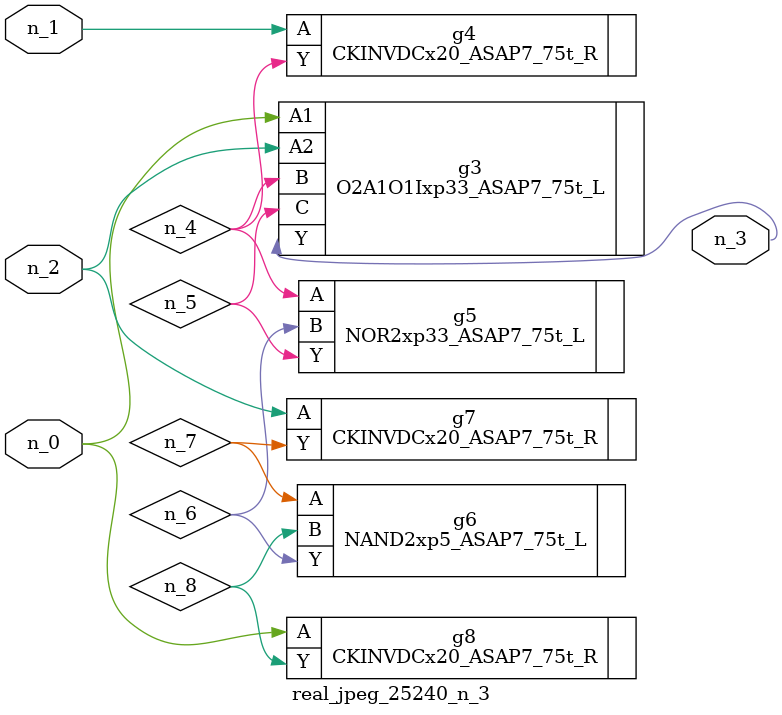
<source format=v>
module real_jpeg_25240_n_3 (n_1, n_0, n_2, n_3);

input n_1;
input n_0;
input n_2;

output n_3;

wire n_5;
wire n_4;
wire n_8;
wire n_6;
wire n_7;

O2A1O1Ixp33_ASAP7_75t_L g3 ( 
.A1(n_0),
.A2(n_2),
.B(n_4),
.C(n_5),
.Y(n_3)
);

CKINVDCx20_ASAP7_75t_R g8 ( 
.A(n_0),
.Y(n_8)
);

CKINVDCx20_ASAP7_75t_R g4 ( 
.A(n_1),
.Y(n_4)
);

CKINVDCx20_ASAP7_75t_R g7 ( 
.A(n_2),
.Y(n_7)
);

NOR2xp33_ASAP7_75t_L g5 ( 
.A(n_4),
.B(n_6),
.Y(n_5)
);

NAND2xp5_ASAP7_75t_L g6 ( 
.A(n_7),
.B(n_8),
.Y(n_6)
);


endmodule
</source>
